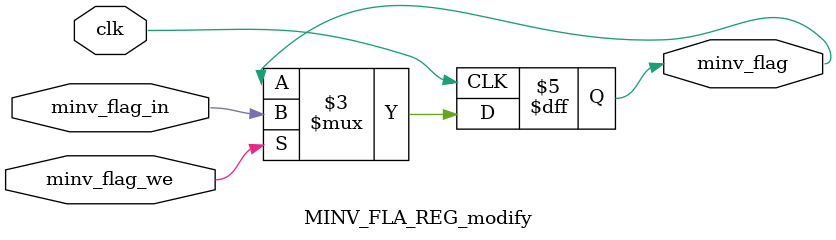
<source format=v>
module MINV_FLA_REG_modify(minv_flag,clk,minv_flag_in,minv_flag_we);
  output  minv_flag;
  input  clk,minv_flag_we; 
  input  minv_flag_in; 
  reg  minv_flag;
  //minv_flag=1'b0 represent that minv is stored in regx1.
  //minv_flag=1'b1 represent that minv is stored in regx2.
    
  always @(posedge clk)
		  if(minv_flag_we)
			  minv_flag <= minv_flag_in;
			else
			  minv_flag <= minv_flag;		
endmodule
</source>
